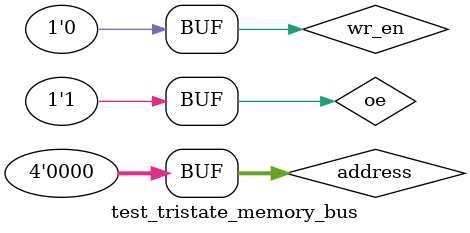
<source format=v>

module memory_block(
  inout [7:0] data_bus,
  input [3:0] addr,
  input [3:0] my_addr,
  input write_en,
  input output_en
);
  reg [7:0] storage;
  wire selected;

  assign selected = (addr == my_addr);
  assign data_bus = (selected && output_en) ? storage : 8'bz;

  always @(*) begin
    if (selected && write_en)
      storage = data_bus;
  end
endmodule

module test_tristate_memory_bus;
  wire [7:0] shared_data;
  reg [3:0] address;
  reg wr_en, oe;

  memory_block mem0(shared_data, address, 4'd0, wr_en, oe);
  memory_block mem1(shared_data, address, 4'd1, wr_en, oe);
  memory_block mem2(shared_data, address, 4'd2, wr_en, oe);
  memory_block mem3(shared_data, address, 4'd3, wr_en, oe);

  initial begin
    address = 4'd0;
    wr_en = 0;
    oe = 1;
  end
endmodule

</source>
